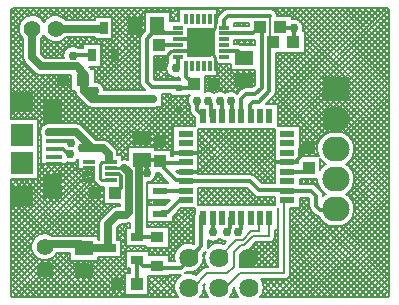
<source format=gbr>
G04 DipTrace 2.4.0.2*
%INTop.gbr*%
%MOIN*%
%ADD13C,0.0118*%
%ADD14C,0.013*%
%ADD15C,0.01*%
%ADD16C,0.009*%
%ADD17C,0.008*%
%ADD18C,0.025*%
%ADD19C,0.03*%
%ADD20C,0.007*%
%ADD21R,0.0591X0.0512*%
%ADD22R,0.0433X0.0394*%
%ADD23R,0.0394X0.0433*%
%ADD24R,0.0512X0.0591*%
%ADD26R,0.0433X0.0354*%
%ADD28C,0.064*%
%ADD29C,0.056*%
%ADD31R,0.05X0.022*%
%ADD32R,0.022X0.05*%
%ADD34R,0.0118X0.0335*%
%ADD35R,0.0335X0.0118*%
%ADD36R,0.0965X0.0965*%
%ADD38R,0.0256X0.0413*%
%ADD39R,0.0413X0.0256*%
%ADD40R,0.0906X0.0827*%
%ADD41O,0.0906X0.0827*%
%ADD43R,0.0531X0.0157*%
%ADD44R,0.063X0.0827*%
%ADD45R,0.0748X0.0709*%
%ADD46R,0.0748X0.0748*%
%ADD48R,0.0236X0.0197*%
%ADD49R,0.0394X0.0118*%
%ADD50R,0.0512X0.0236*%
%ADD51R,0.0512X0.0157*%
%FSLAX44Y44*%
G04*
G70*
G90*
G75*
G01*
%LNTop*%
%LPD*%
X-1878Y3850D2*
D13*
X-2110D1*
D14*
X-2312D1*
X-2552Y4090D1*
X-1594Y2779D2*
D13*
Y2547D1*
D14*
Y2414D1*
X-1341Y2160D1*
X-1820Y2038D2*
X-1463D1*
X-1341Y2160D1*
X-2552Y4090D2*
Y4018D1*
X-2900Y3670D1*
Y2230D1*
X-2720Y2050D1*
X-1832D1*
X-1820Y2038D1*
X-1878Y3259D2*
D13*
X-1645D1*
D14*
X-1397D1*
X-1102Y3555D1*
X-1878Y3653D2*
D13*
X-1645D1*
D14*
X-1201D1*
X-1102Y3555D1*
X-610Y4330D2*
D15*
X-620D1*
Y4037D1*
X-1102Y3555D1*
X-610Y2779D2*
X-620D1*
Y3072D1*
X-1102Y3555D1*
X-1878Y3259D2*
D16*
Y3250D1*
X-2110D1*
X-2220Y3140D1*
Y3030D1*
X-2450Y2800D1*
X-2490D1*
X1770Y-445D2*
D14*
X2025D1*
X2210Y-260D1*
Y-10D1*
X2250Y30D1*
X2480D1*
X2490Y40D1*
X-1500Y-4620D2*
D17*
X-1380D1*
X-910Y-4150D1*
X-220D1*
X10Y-3920D1*
Y-3440D1*
X240Y-3210D1*
X340D1*
X650Y-2900D1*
X1160D1*
Y-2315D1*
X1182Y-2292D1*
X-500Y-3620D2*
X80Y-3040D1*
X290D1*
X580Y-2750D1*
X830D1*
Y-2330D1*
X867Y-2292D1*
X-1878Y3062D2*
D13*
Y2938D1*
D14*
Y2750D1*
X-1937Y2691D1*
X-1220Y1610D2*
Y1285D1*
X-1022Y1088D1*
X-1610Y-1390D2*
X-2440D1*
X-2460Y-1410D1*
X-327Y3259D2*
D13*
X-94D1*
D14*
X131D1*
X350Y3040D1*
X-77Y-2292D2*
X-120D1*
Y-2650D1*
X-240Y-2770D1*
X-1610Y-1705D2*
X-1805D1*
X-2210Y-2110D1*
X-2412D1*
X-2460Y-2158D1*
X1770Y-760D2*
X2359D1*
X2490Y-629D1*
X-1878Y3456D2*
D13*
X-2110D1*
D14*
X-2477D1*
X-2490Y3469D1*
X237Y-2292D2*
Y-2673D1*
X140Y-2770D1*
X-710D2*
Y-2295D1*
X-707Y-2292D1*
X-4720Y3120D2*
X-5360D1*
X-5370Y3110D1*
X-5943Y4010D2*
D18*
X-4361D1*
X-4346Y4026D1*
X-4110Y-833D2*
D13*
X-3847D1*
D14*
X-3770Y-910D1*
Y-1299D1*
X-3951Y-1480D1*
X-77Y1088D2*
Y1577D1*
X-110Y1610D1*
X-6010Y254D2*
X-5484D1*
X-5440Y210D1*
X-392Y1088D2*
Y1522D1*
X-480Y1610D1*
X-500Y-4620D2*
D17*
X-290D1*
X190Y-4140D1*
X1670D1*
Y-1805D1*
X1770Y-1705D1*
X-327Y3850D2*
D13*
X-94D1*
D14*
X651D1*
X871Y4070D1*
X920D1*
Y2030D1*
X710Y1820D1*
X410D1*
X240Y1650D1*
Y1090D1*
X237Y1088D1*
X-327Y4047D2*
D13*
Y4171D1*
D14*
Y4303D1*
X-200Y4430D1*
X1210D1*
D17*
Y3671D1*
D14*
X1311Y3570D1*
X1170D1*
Y1920D1*
X830Y1580D1*
X650D1*
X530Y1460D1*
Y1110D1*
X552Y1088D1*
X-6010Y-2D2*
X-5688D1*
X-5530Y-160D1*
X-5450D1*
X-707Y1088D2*
X-750D1*
Y1510D1*
X-850Y1610D1*
X-6310Y-3260D2*
D18*
Y-3180D1*
X-5122D1*
X-4990Y-3312D1*
X-4130D1*
X-4126Y-3316D1*
X-4200D1*
Y-2510D1*
X-3890Y-2200D1*
X-3610D1*
X-3510Y-2100D1*
Y-780D1*
X-3654Y-636D1*
D15*
X-4110D1*
X-3220Y-2942D2*
D18*
X-3180D1*
Y-468D1*
X-3080Y-368D1*
D14*
X-2489D1*
X-2454Y-403D1*
X-2377D1*
X-2300Y-480D1*
X-1645D1*
X-1610Y-445D1*
Y-1075D2*
Y-1040D1*
X-1940D1*
X-2330Y-650D1*
Y-480D1*
X-2300D1*
X-1610Y-1075D2*
X535D1*
X840Y-1380D1*
X1760D1*
X1770Y-1390D1*
X2570D1*
X2740Y-1560D1*
Y-1900D1*
X2870Y-2030D1*
X3360D1*
X3390Y-2000D1*
X-6730Y4010D2*
D18*
Y3050D1*
X-6430Y2750D1*
X-5240D1*
X-5000Y2510D1*
Y1940D1*
X-4730Y1670D1*
X-2691D1*
X-2686Y1665D1*
X1990Y4020D2*
D14*
X1590D1*
X1540Y4070D1*
X1990Y4020D2*
Y3580D1*
X1980Y3570D1*
X-2910Y-800D2*
Y-620D1*
X-3162Y-368D1*
X-3080D1*
X-4640Y1930D2*
D18*
X-5000Y1940D1*
X-5031Y2290D2*
D14*
Y1971D1*
X-5000Y1940D1*
X-2560Y-2944D2*
X-3217D1*
X-3220Y-2942D1*
X-6010Y510D2*
X-6220D1*
X-6170Y560D1*
D18*
X-5270D1*
X-4730Y20D1*
X-4360D1*
X-4180Y-160D1*
Y-370D1*
X-4110Y-439D2*
D15*
X-4399D1*
X-4450Y-490D1*
Y-990D1*
X-4410Y-1030D1*
X-4110D1*
X-3220Y-3690D2*
D14*
Y-4469D1*
X-3241Y-4490D1*
X-1500Y-3620D2*
X-1470D1*
X-1090Y-3240D1*
Y-2225D1*
X-1022Y-2292D1*
X-5050Y20D2*
D18*
X-4730D1*
X-3220Y-3690D2*
D14*
D3*
X-5050Y20D2*
X-4730D1*
X-1500Y-3620D2*
Y-3690D1*
X-1780Y-3970D1*
X-2479D1*
X-2560Y-3889D1*
X-3021D1*
X-3220Y-3690D1*
D19*
X-1937Y2691D3*
X-1220Y1610D3*
X-5450Y-160D3*
X-5440Y210D3*
X-850Y1610D3*
X-480D3*
X-110D3*
X140Y-2770D3*
X-240D3*
X-710D3*
X-5370Y3110D3*
X-5050Y20D3*
X-2910Y-800D3*
X1990Y4020D3*
X-4640Y1930D3*
X-7252Y4680D2*
D20*
X-7440Y4492D1*
X-7054Y4680D2*
X-7440Y4294D1*
X-6856Y4680D2*
X-7440Y4096D1*
X-6658Y4680D2*
X-6921Y4417D1*
X-7138Y4200D2*
X-7440Y3898D1*
X-6460Y4680D2*
X-6680Y4460D1*
X-7180Y3960D2*
X-7440Y3700D1*
X-6262Y4680D2*
X-6526Y4416D1*
X-7136Y3806D2*
X-7440Y3502D1*
X-6064Y4680D2*
X-6410Y4334D1*
X-7054Y3690D2*
X-7440Y3304D1*
X-5866Y4680D2*
X-6124Y4422D1*
X-7027Y3519D2*
X-7440Y3106D1*
X-5668Y4680D2*
X-5888Y4460D1*
X-7027Y3321D2*
X-7440Y2908D1*
X-5470Y4680D2*
X-5736Y4414D1*
X-7027Y3123D2*
X-7440Y2710D1*
X-5272Y4680D2*
X-5621Y4331D1*
X-6264Y3688D2*
X-6433Y3519D1*
X-7009Y2943D2*
X-7440Y2512D1*
X-5074Y4680D2*
X-5447Y4308D1*
X-6149Y3605D2*
X-6433Y3321D1*
X-6929Y2825D2*
X-7440Y2314D1*
X-4876Y4680D2*
X-5249Y4308D1*
X-5996Y3560D2*
X-6406Y3150D1*
X-6830Y2726D2*
X-7440Y2116D1*
X-4678Y4680D2*
X-5051Y4308D1*
X-5759Y3599D2*
X-6307Y3051D1*
X-6731Y2627D2*
X-7440Y1918D1*
X-4480Y4680D2*
X-4853Y4308D1*
X-5448Y3712D2*
X-6113Y3048D1*
X-6631Y2529D2*
X-7440Y1720D1*
X-4282Y4680D2*
X-4557Y4405D1*
X-5250Y3712D2*
X-5915Y3048D1*
X-6502Y2460D2*
X-7440Y1522D1*
X-4085Y4680D2*
X-4359Y4405D1*
X-5052Y3712D2*
X-5333Y3431D1*
X-5691Y3073D2*
X-5717Y3048D1*
X-6312Y2452D2*
X-7440Y1325D1*
X-3887Y4680D2*
X-4161Y4405D1*
X-4854Y3712D2*
X-5188Y3379D1*
X-6114Y2452D2*
X-7440Y1127D1*
X-3689Y4680D2*
X-4045Y4323D1*
X-4656Y3712D2*
X-4869Y3499D1*
X-5916Y2452D2*
X-7351Y1017D1*
X-3491Y4680D2*
X-4045Y4125D1*
X-4524Y3646D2*
X-4671Y3499D1*
X-5718Y2452D2*
X-7153Y1017D1*
X-3293Y4680D2*
X-4045Y3927D1*
X-4326Y3646D2*
X-4473Y3499D1*
X-5520Y2452D2*
X-6955Y1017D1*
X-3095Y4680D2*
X-4045Y3729D1*
X-4128Y3646D2*
X-4420Y3355D1*
X-5420Y2354D2*
X-6757Y1017D1*
X-2897Y4680D2*
X-4420Y3157D1*
X-5420Y2156D2*
X-6559Y1017D1*
X-2699Y4680D2*
X-2820Y4558D1*
X-2980Y4398D2*
X-4420Y2959D1*
X-4637Y2741D2*
X-4719Y2659D1*
X-5420Y1958D2*
X-6516Y862D1*
X-2501Y4680D2*
X-2622Y4558D1*
X-2980Y4200D2*
X-4420Y2761D1*
X-4440Y2741D2*
X-4642Y2539D1*
X-5293Y1887D2*
X-6419Y761D1*
X-6449Y732D2*
X-6516Y664D1*
X-2303Y4680D2*
X-2424Y4558D1*
X-2980Y4002D2*
X-4642Y2341D1*
X-5232Y1750D2*
X-6125Y857D1*
X-6465Y517D2*
X-6516Y466D1*
X-2105Y4680D2*
X-2226Y4558D1*
X-3138Y3646D2*
X-4545Y2239D1*
X-5134Y1650D2*
X-5927Y857D1*
X-6448Y336D2*
X-6516Y268D1*
X-1907Y4680D2*
X-2123Y4463D1*
X-3138Y3448D2*
X-4419Y2168D1*
X-5035Y1551D2*
X-5729Y857D1*
X-6448Y138D2*
X-6516Y70D1*
X-1826Y4562D2*
X-2110Y4278D1*
X-3138Y3250D2*
X-4339Y2049D1*
X-4936Y1452D2*
X-5531Y857D1*
X-6448Y-60D2*
X-6516Y-128D1*
X-7409Y-1021D2*
X-7439Y-1051D1*
X-1826Y4364D2*
X-1912Y4278D1*
X-3138Y3052D2*
X-4223Y1967D1*
X-4808Y1382D2*
X-5333Y857D1*
X-6448Y-258D2*
X-6516Y-326D1*
X-7211Y-1021D2*
X-7440Y-1249D1*
X-3138Y2854D2*
X-4025Y1967D1*
X-4620Y1373D2*
X-5156Y836D1*
X-6448Y-456D2*
X-6516Y-524D1*
X-7013Y-1021D2*
X-7440Y-1447D1*
X-3138Y2656D2*
X-3827Y1967D1*
X-4422Y1373D2*
X-5041Y754D1*
X-6303Y-509D2*
X-6516Y-722D1*
X-6815Y-1021D2*
X-7440Y-1645D1*
X-2516Y3080D2*
X-2662Y2934D1*
X-3138Y2458D2*
X-3629Y1967D1*
X-4224Y1373D2*
X-4942Y655D1*
X-6105Y-509D2*
X-6516Y-920D1*
X-6617Y-1021D2*
X-7440Y-1843D1*
X-1408Y3991D2*
X-1538Y3860D1*
X-2318Y3080D2*
X-2662Y2736D1*
X-3138Y2260D2*
X-3431Y1967D1*
X-4026Y1373D2*
X-4843Y556D1*
X-5907Y-509D2*
X-7440Y-2041D1*
X-521Y4680D2*
X-575Y4625D1*
X-1210Y3991D2*
X-1538Y3662D1*
X-2218Y2983D2*
X-2662Y2538D1*
X-3101Y2100D2*
X-3233Y1967D1*
X-3828Y1373D2*
X-4744Y457D1*
X-5709Y-509D2*
X-7440Y-2239D1*
X-323Y4680D2*
X-575Y4427D1*
X-1012Y3991D2*
X-1538Y3465D1*
X-2253Y2749D2*
X-2662Y2340D1*
X-3006Y1997D2*
X-3035Y1967D1*
X-3630Y1373D2*
X-4645Y358D1*
X-5484Y-481D2*
X-7440Y-2437D1*
X-814Y3991D2*
X-1538Y3267D1*
X-2237Y2568D2*
X-2517Y2287D1*
X-3432Y1373D2*
X-4487Y318D1*
X-5188Y-384D2*
X-7440Y-2635D1*
X-666Y3940D2*
X-1488Y3119D1*
X-2156Y2451D2*
X-2319Y2287D1*
X-3234Y1373D2*
X-4295Y311D1*
X-5188Y-582D2*
X-7440Y-2833D1*
X-666Y3742D2*
X-1290Y3119D1*
X-2028Y2380D2*
X-2121Y2287D1*
X-3036Y1373D2*
X-4163Y246D1*
X-5079Y-671D2*
X-7440Y-3031D1*
X-666Y3544D2*
X-1092Y3119D1*
X-1830Y2380D2*
X-1901Y2309D1*
X-2838Y1373D2*
X-4063Y147D1*
X-4881Y-671D2*
X-7440Y-3229D1*
X180Y4192D2*
X75Y4087D1*
X-666Y3346D2*
X-894Y3119D1*
X-2200Y1813D2*
X-2393Y1619D1*
X-2641Y1372D2*
X-3965Y48D1*
X-4683Y-671D2*
X-7440Y-3427D1*
X378Y4192D2*
X273Y4087D1*
X-666Y3148D2*
X-696Y3119D1*
X-2047Y1767D2*
X-3893Y-78D1*
X-4672Y-858D2*
X-7440Y-3625D1*
X-1849Y1767D2*
X-3824Y-208D1*
X-4665Y-1049D2*
X-6447Y-2830D1*
X-6740Y-3123D2*
X-7440Y-3823D1*
X194Y3612D2*
X79Y3497D1*
X-1651Y1767D2*
X-3358Y61D1*
X-3548Y-129D2*
X-3741Y-322D1*
X-4588Y-1170D2*
X-6232Y-2813D1*
X-6757Y-3338D2*
X-7440Y-4021D1*
X1459Y4680D2*
X1379Y4600D1*
X392Y3612D2*
X248Y3468D1*
X-390Y2830D2*
X-575Y2645D1*
X-781Y2439D2*
X-952Y2269D1*
X-1532Y1689D2*
X-3160Y61D1*
X-3548Y-327D2*
X-3570Y-349D1*
X-4480Y-1259D2*
X-6085Y-2865D1*
X-6705Y-3484D2*
X-7440Y-4219D1*
X1657Y4680D2*
X1445Y4468D1*
X590Y3612D2*
X446Y3468D1*
X-192Y2830D2*
X-952Y2071D1*
X-1524Y1499D2*
X-2962Y61D1*
X-4340Y-1317D2*
X-5905Y-2883D1*
X-6617Y-3595D2*
X-7440Y-4417D1*
X1855Y4680D2*
X1615Y4440D1*
X683Y3507D2*
X644Y3468D1*
X-118Y2707D2*
X-896Y1929D1*
X-1457Y1367D2*
X-2764Y61D1*
X-4340Y-1515D2*
X-5707Y-2883D1*
X-6498Y-3674D2*
X-7440Y-4615D1*
X2053Y4680D2*
X1813Y4440D1*
X-15Y2612D2*
X-720Y1907D1*
X-1439Y1188D2*
X-1844Y782D1*
X-2033Y594D2*
X-2612Y14D1*
X-4340Y-1713D2*
X-5509Y-2883D1*
X-6338Y-3712D2*
X-7440Y-4813D1*
X2251Y4680D2*
X1929Y4358D1*
X183Y2612D2*
X-497Y1932D1*
X-1351Y1077D2*
X-1646Y782D1*
X-2033Y396D2*
X-2443Y-14D1*
X-4278Y-1849D2*
X-5311Y-2883D1*
X-5906Y-3477D2*
X-5935Y-3506D1*
X-6064Y-3636D2*
X-7348Y-4920D1*
X2449Y4680D2*
X2096Y4326D1*
X381Y2612D2*
X-332Y1898D1*
X-1305Y926D2*
X-1448Y782D1*
X-2033Y198D2*
X-2245Y-14D1*
X-4080Y-1849D2*
X-5113Y-2883D1*
X-5708Y-3477D2*
X-7150Y-4920D1*
X2647Y4680D2*
X2219Y4251D1*
X579Y2612D2*
X-100Y1932D1*
X-2033Y0D2*
X-2085Y-52D1*
X-3882Y-1849D2*
X-3940Y-1908D1*
X-4492Y-2460D2*
X-4916Y-2884D1*
X-5510Y-3477D2*
X-6952Y-4920D1*
X2845Y4680D2*
X2295Y4130D1*
X683Y2517D2*
X55Y1889D1*
X-1170Y665D2*
X-1188Y647D1*
X-1932Y-98D2*
X-1996Y-162D1*
X-2033Y-198D2*
X-2077Y-242D1*
X-4498Y-2663D2*
X-4718Y-2884D1*
X-5458Y-3624D2*
X-6754Y-4920D1*
X3043Y4680D2*
X2303Y3939D1*
X1564Y3201D2*
X1407Y3044D1*
X683Y2319D2*
X421Y2058D1*
X-972Y665D2*
X-1188Y449D1*
X-1734Y-98D2*
X-1798Y-162D1*
X-2477Y-841D2*
X-2756Y-1119D1*
X-4498Y-2861D2*
X-4522Y-2886D1*
X-5377Y-3740D2*
X-6556Y-4920D1*
X3241Y4680D2*
X2369Y3808D1*
X1762Y3201D2*
X1407Y2846D1*
X-774Y665D2*
X-1188Y251D1*
X-1536Y-98D2*
X-1601Y-162D1*
X-2378Y-940D2*
X-2558Y-1119D1*
X-5179Y-3740D2*
X-6358Y-4920D1*
X3439Y4680D2*
X2369Y3610D1*
X1960Y3201D2*
X1407Y2648D1*
X-576Y665D2*
X-1188Y53D1*
X-1338Y-98D2*
X-1403Y-162D1*
X-2279Y-1039D2*
X-2360Y-1119D1*
X-3738Y-2497D2*
X-3902Y-2662D1*
X-4981Y-3740D2*
X-6160Y-4920D1*
X3637Y4680D2*
X2369Y3412D1*
X2158Y3201D2*
X1407Y2450D1*
X-378Y665D2*
X-1205Y-162D1*
X-1770Y-727D2*
X-1835Y-792D1*
X-2743Y-1701D2*
X-2883Y-1840D1*
X-3526Y-2484D2*
X-3902Y-2860D1*
X-4783Y-3740D2*
X-5962Y-4920D1*
X3835Y4680D2*
X1407Y2252D1*
X-180Y665D2*
X-1188Y-343D1*
X-1572Y-727D2*
X-1637Y-792D1*
X-2545Y-1701D2*
X-2712Y-1867D1*
X-3600Y-2755D2*
X-3860Y-3016D1*
X-4461Y-3617D2*
X-4522Y-3678D1*
X-4585Y-3740D2*
X-5764Y-4920D1*
X4033Y4680D2*
X1407Y2054D1*
X18Y665D2*
X-1188Y-541D1*
X-1374Y-727D2*
X-1439Y-792D1*
X-2347Y-1701D2*
X-2514Y-1867D1*
X-3600Y-2953D2*
X-3746Y-3099D1*
X-4263Y-3617D2*
X-5566Y-4920D1*
X4231Y4680D2*
X1392Y1840D1*
X216Y665D2*
X-1241Y-792D1*
X-2149Y-1701D2*
X-2316Y-1867D1*
X-3600Y-3151D2*
X-3746Y-3297D1*
X-4065Y-3617D2*
X-5369Y-4920D1*
X4429Y4680D2*
X1260Y1510D1*
X414Y665D2*
X-1088Y-837D1*
X-2699Y-2449D2*
X-2846Y-2595D1*
X-3493Y-3242D2*
X-3746Y-3495D1*
X-3867Y-3617D2*
X-5171Y-4920D1*
X4627Y4680D2*
X1458Y1510D1*
X612Y665D2*
X-890Y-837D1*
X-2501Y-2449D2*
X-2648Y-2595D1*
X-3295Y-3242D2*
X-3442Y-3389D1*
X-3600Y-3547D2*
X-4973Y-4920D1*
X4825Y4680D2*
X1465Y1320D1*
X810Y665D2*
X-692Y-837D1*
X-1167Y-1313D2*
X-1187Y-1332D1*
X-2303Y-2449D2*
X-2450Y-2595D1*
X-3097Y-3242D2*
X-3244Y-3389D1*
X-3600Y-3745D2*
X-4775Y-4920D1*
X5023Y4680D2*
X1465Y1122D1*
X1008Y665D2*
X-494Y-837D1*
X-969Y-1313D2*
X-1188Y-1531D1*
X-1644Y-1987D2*
X-2031Y-2375D1*
X-2105Y-2449D2*
X-2252Y-2595D1*
X-2949Y-3293D2*
X-3046Y-3389D1*
X-3600Y-3943D2*
X-4577Y-4920D1*
X5160Y4618D2*
X1465Y924D1*
X1206Y665D2*
X-296Y-837D1*
X-771Y-1312D2*
X-1188Y-1729D1*
X-1446Y-1987D2*
X-2171Y-2712D1*
X-2753Y-3294D2*
X-2848Y-3390D1*
X-3458Y-3999D2*
X-3579Y-4120D1*
X-3630Y-4171D2*
X-4379Y-4920D1*
X5160Y4420D2*
X1522Y783D1*
X1348Y608D2*
X-98Y-837D1*
X-573Y-1312D2*
X-1131Y-1870D1*
X-1305Y-2045D2*
X-2171Y-2910D1*
X-2555Y-3294D2*
X-2800Y-3540D1*
X-3630Y-4369D2*
X-4181Y-4920D1*
X5160Y4222D2*
X1720Y783D1*
X1348Y410D2*
X100Y-837D1*
X-375Y-1312D2*
X-933Y-1870D1*
X-1328Y-2265D2*
X-2171Y-3108D1*
X-2357Y-3294D2*
X-2602Y-3540D1*
X-3630Y-4567D2*
X-3983Y-4920D1*
X5160Y4024D2*
X1918Y783D1*
X1348Y212D2*
X298Y-837D1*
X-177Y-1312D2*
X-735Y-1870D1*
X-1328Y-2463D2*
X-2404Y-3540D1*
X-3630Y-4765D2*
X-3785Y-4920D1*
X5160Y3826D2*
X2116Y783D1*
X1348Y14D2*
X496Y-837D1*
X21Y-1312D2*
X-537Y-1870D1*
X-1328Y-2661D2*
X-2206Y-3540D1*
X-3526Y-4860D2*
X-3587Y-4920D1*
X5160Y3628D2*
X2193Y661D1*
X1348Y-184D2*
X661Y-871D1*
X219Y-1312D2*
X-339Y-1870D1*
X-1328Y-2859D2*
X-1610Y-3141D1*
X-1979Y-3510D2*
X-2171Y-3702D1*
X-2708Y-4239D2*
X-2851Y-4383D1*
X-3328Y-4860D2*
X-3389Y-4920D1*
X5160Y3430D2*
X2193Y463D1*
X1348Y-382D2*
X764Y-965D1*
X417Y-1312D2*
X-141Y-1870D1*
X-1328Y-3057D2*
X-1407Y-3136D1*
X-1984Y-3713D2*
X-2004Y-3733D1*
X-2510Y-4239D2*
X-2851Y-4581D1*
X-3130Y-4860D2*
X-3191Y-4920D1*
X5160Y3232D2*
X2193Y265D1*
X1515Y-413D2*
X1450Y-477D1*
X1348Y-580D2*
X863Y-1064D1*
X524Y-1403D2*
X57Y-1870D1*
X-2312Y-4239D2*
X-2851Y-4779D1*
X-2932Y-4860D2*
X-2993Y-4920D1*
X5160Y3034D2*
X2193Y67D1*
X1713Y-413D2*
X1648Y-477D1*
X1348Y-778D2*
X982Y-1143D1*
X623Y-1502D2*
X255Y-1870D1*
X-2082Y-4208D2*
X-2795Y-4920D1*
X5160Y2836D2*
X2193Y-130D1*
X1911Y-413D2*
X1846Y-477D1*
X1348Y-976D2*
X1180Y-1143D1*
X730Y-1593D2*
X453Y-1870D1*
X-765Y-3089D2*
X-853Y-3176D1*
X-1884Y-4208D2*
X-2597Y-4920D1*
X5160Y2638D2*
X2281Y-240D1*
X2109Y-413D2*
X2044Y-477D1*
X904Y-1618D2*
X651Y-1870D1*
X-474Y-2995D2*
X-623Y-3144D1*
X-976Y-3497D2*
X-1014Y-3535D1*
X-1584Y-4106D2*
X-1623Y-4144D1*
X-1976Y-4497D2*
X-2399Y-4920D1*
X5160Y2440D2*
X3303Y583D1*
X2767Y48D2*
X2479Y-240D1*
X1102Y-1618D2*
X849Y-1870D1*
X-354Y-3073D2*
X-415Y-3134D1*
X-986Y-3705D2*
X-1025Y-3744D1*
X-1376Y-4095D2*
X-1415Y-4134D1*
X-1986Y-4705D2*
X-2201Y-4920D1*
X5160Y2242D2*
X3500Y583D1*
X2780Y-137D2*
X2677Y-240D1*
X1300Y-1618D2*
X1047Y-1870D1*
X-936Y-3853D2*
X-1267Y-4184D1*
X-1936Y-4853D2*
X-2003Y-4920D1*
X5160Y2044D2*
X3657Y542D1*
X1348Y-1768D2*
X1245Y-1870D1*
X5160Y1846D2*
X3783Y470D1*
X2917Y-396D2*
X2859Y-454D1*
X2295Y-1018D2*
X2193Y-1120D1*
X5160Y1648D2*
X3884Y373D1*
X3023Y-488D2*
X2859Y-652D1*
X2493Y-1018D2*
X2359Y-1152D1*
X5160Y1450D2*
X3961Y252D1*
X2691Y-1018D2*
X2557Y-1152D1*
X-987Y-4696D2*
X-1021Y-4731D1*
X5160Y1252D2*
X4007Y100D1*
X2778Y-1129D2*
X2711Y-1196D1*
X2280Y-1628D2*
X2193Y-1714D1*
X1920Y-1987D2*
X1883Y-2025D1*
X795Y-3113D2*
X223Y-3684D1*
X-939Y-4847D2*
X-1013Y-4920D1*
X5160Y1055D2*
X4006Y-100D1*
X2831Y-1274D2*
X2812Y-1293D1*
X2473Y-1632D2*
X2193Y-1912D1*
X2118Y-1987D2*
X1883Y-2223D1*
X1390Y-2715D2*
X1372Y-2733D1*
X993Y-3113D2*
X223Y-3882D1*
X5160Y857D2*
X3777Y-526D1*
X2502Y-1801D2*
X1883Y-2421D1*
X1457Y-2846D2*
X1369Y-2934D1*
X1194Y-3109D2*
X376Y-3927D1*
X5160Y659D2*
X3880Y-622D1*
X3017Y-1484D2*
X2975Y-1526D1*
X2516Y-1985D2*
X1883Y-2619D1*
X1457Y-3044D2*
X574Y-3927D1*
X5160Y461D2*
X3957Y-742D1*
X2601Y-2099D2*
X1883Y-2817D1*
X1457Y-3242D2*
X772Y-3927D1*
X11Y-4688D2*
X-19Y-4718D1*
X5160Y263D2*
X4006Y-892D1*
X2699Y-2198D2*
X1883Y-3014D1*
X1457Y-3440D2*
X970Y-3927D1*
X58Y-4840D2*
X-23Y-4920D1*
X5160Y65D2*
X4008Y-1087D1*
X2827Y-2268D2*
X1883Y-3212D1*
X1457Y-3638D2*
X1168Y-3927D1*
X5160Y-133D2*
X3771Y-1522D1*
X2907Y-2386D2*
X1883Y-3410D1*
X1457Y-3836D2*
X1366Y-3927D1*
X941Y-4352D2*
X925Y-4368D1*
X5160Y-331D2*
X3875Y-1616D1*
X3011Y-2480D2*
X1883Y-3608D1*
X1139Y-4352D2*
X981Y-4510D1*
X5160Y-529D2*
X3954Y-1735D1*
X3140Y-2549D2*
X1883Y-3806D1*
X1337Y-4352D2*
X984Y-4705D1*
X5160Y-727D2*
X4004Y-1883D1*
X3303Y-2584D2*
X1883Y-4004D1*
X1535Y-4352D2*
X967Y-4920D1*
X5160Y-925D2*
X4009Y-2076D1*
X3505Y-2580D2*
X1864Y-4221D1*
X1751Y-4334D2*
X1165Y-4920D1*
X5160Y-1123D2*
X1363Y-4920D1*
X5160Y-1321D2*
X1561Y-4920D1*
X5160Y-1519D2*
X1759Y-4920D1*
X5160Y-1717D2*
X1957Y-4920D1*
X5160Y-1915D2*
X2155Y-4920D1*
X5160Y-2113D2*
X2353Y-4920D1*
X5160Y-2311D2*
X2551Y-4920D1*
X5160Y-2509D2*
X2749Y-4920D1*
X5160Y-2707D2*
X2947Y-4920D1*
X5160Y-2905D2*
X3145Y-4920D1*
X5160Y-3103D2*
X3343Y-4920D1*
X5160Y-3301D2*
X3541Y-4920D1*
X5160Y-3499D2*
X3739Y-4920D1*
X5160Y-3697D2*
X3937Y-4920D1*
X5160Y-3895D2*
X4135Y-4920D1*
X5160Y-4093D2*
X4333Y-4920D1*
X5160Y-4291D2*
X4531Y-4920D1*
X5160Y-4489D2*
X4729Y-4920D1*
X5160Y-4687D2*
X4927Y-4920D1*
X5157Y-4888D2*
X5128Y-4916D1*
X4972Y4680D2*
X5160Y4492D1*
X4774Y4680D2*
X5160Y4294D1*
X4576Y4680D2*
X5160Y4096D1*
X4378Y4680D2*
X5160Y3898D1*
X4180Y4680D2*
X5160Y3700D1*
X3982Y4680D2*
X5160Y3502D1*
X3784Y4680D2*
X5160Y3304D1*
X3586Y4680D2*
X5160Y3106D1*
X3388Y4680D2*
X5160Y2908D1*
X3190Y4680D2*
X5160Y2710D1*
X2992Y4680D2*
X5160Y2512D1*
X2794Y4680D2*
X5160Y2314D1*
X2596Y4680D2*
X5160Y2116D1*
X2398Y4680D2*
X5160Y1918D1*
X2201Y4680D2*
X5160Y1720D1*
X2003Y4680D2*
X5160Y1522D1*
X1805Y4680D2*
X5160Y1325D1*
X1607Y4680D2*
X1846Y4440D1*
X1929Y4357D2*
X1946Y4341D1*
X2310Y3976D2*
X5160Y1127D1*
X1409Y4680D2*
X1648Y4440D1*
X2369Y3719D2*
X5160Y929D1*
X2369Y3521D2*
X5160Y731D1*
X2369Y3323D2*
X5160Y533D1*
X2293Y3201D2*
X5160Y335D1*
X2095Y3201D2*
X5160Y137D1*
X1897Y3201D2*
X5160Y-61D1*
X1699Y3201D2*
X5160Y-259D1*
X1501Y3201D2*
X5160Y-457D1*
X312Y4192D2*
X417Y4087D1*
X1408Y3097D2*
X5160Y-655D1*
X-373Y4680D2*
X-327Y4633D1*
X114Y4192D2*
X219Y4087D1*
X1408Y2899D2*
X5160Y-853D1*
X-571Y4680D2*
X-430Y4539D1*
X496Y3612D2*
X640Y3468D1*
X1408Y2701D2*
X3532Y576D1*
X4005Y103D2*
X5160Y-1051D1*
X-575Y4486D2*
X-526Y4436D1*
X298Y3612D2*
X442Y3468D1*
X1408Y2503D2*
X3324Y586D1*
X4008Y-98D2*
X5160Y-1249D1*
X100Y3612D2*
X244Y3468D1*
X1408Y2305D2*
X3157Y555D1*
X3962Y-249D2*
X5160Y-1447D1*
X1408Y2107D2*
X3025Y489D1*
X3886Y-371D2*
X5160Y-1645D1*
X1408Y1909D2*
X2918Y398D1*
X3784Y-468D2*
X5160Y-1843D1*
X-872Y3991D2*
X-666Y3785D1*
X507Y2612D2*
X682Y2436D1*
X1353Y1765D2*
X2836Y283D1*
X4003Y-884D2*
X5160Y-2041D1*
X-1070Y3991D2*
X-666Y3587D1*
X309Y2612D2*
X682Y2238D1*
X1255Y1666D2*
X1410Y1510D1*
X1465Y1455D2*
X2138Y782D1*
X2193Y728D2*
X2781Y140D1*
X4009Y-1089D2*
X5160Y-2239D1*
X-1957Y4680D2*
X-1826Y4548D1*
X-1268Y3991D2*
X-666Y3389D1*
X111Y2612D2*
X637Y2086D1*
X1156Y1567D2*
X1212Y1510D1*
X1465Y1257D2*
X1940Y782D1*
X2193Y530D2*
X2767Y-44D1*
X3965Y-1242D2*
X5160Y-2437D1*
X-2155Y4680D2*
X-1826Y4350D1*
X-1466Y3991D2*
X-666Y3191D1*
X-306Y2830D2*
X-118Y2642D1*
X-87Y2611D2*
X467Y2058D1*
X1465Y1059D2*
X1742Y782D1*
X2193Y332D2*
X2764Y-240D1*
X2859Y-335D2*
X3031Y-507D1*
X3890Y-1365D2*
X5160Y-2635D1*
X-2353Y4680D2*
X-2232Y4558D1*
X-2124Y4450D2*
X-1952Y4278D1*
X-1538Y3865D2*
X-792Y3119D1*
X-504Y2830D2*
X296Y2031D1*
X1465Y861D2*
X1544Y782D1*
X2193Y134D2*
X2566Y-240D1*
X2859Y-533D2*
X2923Y-597D1*
X3791Y-1464D2*
X5160Y-2833D1*
X-2551Y4680D2*
X-2430Y4558D1*
X-1538Y3667D2*
X-990Y3119D1*
X-575Y2704D2*
X190Y1939D1*
X2193Y-64D2*
X2368Y-240D1*
X3999Y-1871D2*
X5160Y-3031D1*
X-2749Y4680D2*
X-2628Y4558D1*
X-1538Y3469D2*
X-1188Y3119D1*
X-575Y2506D2*
X36Y1895D1*
X1265Y665D2*
X1348Y583D1*
X4010Y-2080D2*
X5160Y-3229D1*
X-2947Y4680D2*
X-2826Y4558D1*
X-1538Y3271D2*
X-1386Y3119D1*
X-707Y2439D2*
X-191Y1923D1*
X1067Y665D2*
X1348Y385D1*
X2751Y-1019D2*
X2766Y-1034D1*
X3968Y-2235D2*
X5160Y-3427D1*
X-3145Y4680D2*
X-2980Y4515D1*
X-905Y2439D2*
X-380Y1915D1*
X869Y665D2*
X1348Y187D1*
X1947Y-412D2*
X2012Y-478D1*
X2553Y-1019D2*
X2891Y-1356D1*
X2995Y-1460D2*
X3037Y-1503D1*
X3894Y-2360D2*
X5160Y-3625D1*
X-3343Y4680D2*
X-2980Y4317D1*
X-952Y2288D2*
X-581Y1918D1*
X671Y665D2*
X1348Y-11D1*
X1749Y-412D2*
X1814Y-478D1*
X2355Y-1019D2*
X2488Y-1152D1*
X3796Y-2460D2*
X5160Y-3823D1*
X-3541Y4680D2*
X-2980Y4119D1*
X-952Y2090D2*
X-787Y1925D1*
X474Y665D2*
X1348Y-209D1*
X1551Y-412D2*
X1616Y-478D1*
X2193Y-1054D2*
X2290Y-1152D1*
X3673Y-2535D2*
X5160Y-4021D1*
X-3739Y4680D2*
X-2984Y3925D1*
X276Y665D2*
X1418Y-478D1*
X3520Y-2579D2*
X5160Y-4219D1*
X-3937Y4680D2*
X-3082Y3825D1*
X-2338Y3080D2*
X-2218Y2960D1*
X78Y665D2*
X1348Y-605D1*
X2370Y-1627D2*
X2502Y-1760D1*
X3328Y-2586D2*
X5160Y-4417D1*
X-4135Y4680D2*
X-3137Y3682D1*
X-2536Y3080D2*
X-2246Y2790D1*
X-120Y665D2*
X1348Y-803D1*
X2193Y-1648D2*
X2515Y-1971D1*
X2799Y-2255D2*
X2863Y-2319D1*
X3032Y-2487D2*
X5160Y-4615D1*
X-4333Y4680D2*
X-3137Y3484D1*
X-2663Y3009D2*
X-2240Y2587D1*
X-2042Y2388D2*
X-1963Y2309D1*
X-318Y665D2*
X1348Y-1001D1*
X2193Y-1846D2*
X5160Y-4813D1*
X-4531Y4680D2*
X-4256Y4405D1*
X-4045Y4194D2*
X-3137Y3286D1*
X-2663Y2811D2*
X-2139Y2287D1*
X-1619Y1767D2*
X-1535Y1683D1*
X-516Y665D2*
X1291Y-1143D1*
X2136Y-1987D2*
X5068Y-4920D1*
X-4729Y4680D2*
X-4454Y4405D1*
X-4045Y3996D2*
X-3137Y3088D1*
X-2663Y2613D2*
X-2337Y2287D1*
X-1817Y1767D2*
X-1491Y1441D1*
X-714Y665D2*
X1093Y-1143D1*
X1938Y-1987D2*
X4870Y-4920D1*
X-4927Y4680D2*
X-4646Y4399D1*
X-4045Y3798D2*
X-3137Y2890D1*
X-2663Y2415D2*
X-2535Y2287D1*
X-2015Y1767D2*
X-1432Y1185D1*
X-912Y665D2*
X601Y-849D1*
X1883Y-2130D2*
X4672Y-4920D1*
X-5125Y4680D2*
X-4753Y4308D1*
X-4092Y3646D2*
X-3137Y2692D1*
X-2258Y1813D2*
X-1305Y860D1*
X-1110Y665D2*
X392Y-837D1*
X1172Y-1617D2*
X1348Y-1793D1*
X1883Y-2328D2*
X4474Y-4920D1*
X-5323Y4680D2*
X-4951Y4308D1*
X-4290Y3646D2*
X-3137Y2494D1*
X-2396Y1752D2*
X-1426Y782D1*
X-1188Y544D2*
X194Y-837D1*
X974Y-1617D2*
X1226Y-1870D1*
X1883Y-2526D2*
X4276Y-4920D1*
X-5521Y4680D2*
X-5149Y4308D1*
X-4488Y3646D2*
X-3137Y2296D1*
X-2396Y1554D2*
X-1624Y782D1*
X-1188Y346D2*
X-4Y-837D1*
X760Y-1601D2*
X1028Y-1870D1*
X1883Y-2724D2*
X4078Y-4920D1*
X-5719Y4680D2*
X-5347Y4308D1*
X-4752Y3712D2*
X-4539Y3499D1*
X-4420Y3380D2*
X-3007Y1967D1*
X-2434Y1394D2*
X-1822Y782D1*
X-1188Y148D2*
X-202Y-837D1*
X273Y-1313D2*
X830Y-1870D1*
X1883Y-2922D2*
X3880Y-4920D1*
X-5917Y4680D2*
X-5545Y4308D1*
X-4950Y3712D2*
X-4737Y3499D1*
X-4420Y3182D2*
X-3205Y1967D1*
X-2613Y1376D2*
X-2020Y782D1*
X-1188Y-50D2*
X-400Y-837D1*
X75Y-1313D2*
X632Y-1870D1*
X1883Y-3120D2*
X3682Y-4920D1*
X-6115Y4680D2*
X-5895Y4459D1*
X-5148Y3712D2*
X-4935Y3499D1*
X-4420Y2984D2*
X-3403Y1967D1*
X-2808Y1373D2*
X-2033Y598D1*
X-1338Y-98D2*
X-1273Y-162D1*
X-1188Y-248D2*
X-598Y-837D1*
X-123Y-1313D2*
X434Y-1870D1*
X1372Y-2808D2*
X1457Y-2893D1*
X1883Y-3318D2*
X3484Y-4920D1*
X-6313Y4680D2*
X-6077Y4444D1*
X-5346Y3712D2*
X-5021Y3387D1*
X-4420Y2786D2*
X-3601Y1967D1*
X-3006Y1373D2*
X-2033Y400D1*
X-1536Y-98D2*
X-1471Y-162D1*
X-1188Y-446D2*
X-796Y-837D1*
X-321Y-1313D2*
X236Y-1870D1*
X1355Y-2989D2*
X1457Y-3091D1*
X1883Y-3516D2*
X3287Y-4920D1*
X-6511Y4680D2*
X-6209Y4378D1*
X-5544Y3712D2*
X-5228Y3396D1*
X-4572Y2741D2*
X-3799Y1967D1*
X-3204Y1373D2*
X-2033Y202D1*
X-1734Y-98D2*
X-1669Y-162D1*
X-1188Y-644D2*
X-994Y-837D1*
X-519Y-1313D2*
X38Y-1870D1*
X1259Y-3090D2*
X1457Y-3289D1*
X1883Y-3714D2*
X3089Y-4920D1*
X-6709Y4680D2*
X-6309Y4280D1*
X-5673Y3644D2*
X-5452Y3423D1*
X-4770Y2741D2*
X-4689Y2659D1*
X-4642Y2612D2*
X-3997Y1967D1*
X-3402Y1373D2*
X-2033Y4D1*
X-1932Y-98D2*
X-1867Y-162D1*
X-1302Y-727D2*
X-1237Y-792D1*
X-717Y-1313D2*
X-160Y-1870D1*
X1083Y-3112D2*
X1457Y-3487D1*
X1883Y-3912D2*
X2891Y-4920D1*
X-6907Y4680D2*
X-6687Y4460D1*
X-5805Y3578D2*
X-5583Y3355D1*
X-4642Y2414D2*
X-4195Y1967D1*
X-3600Y1373D2*
X-2213Y-14D1*
X-2085Y-142D2*
X-2033Y-194D1*
X-1500Y-727D2*
X-1435Y-792D1*
X-915Y-1313D2*
X-358Y-1870D1*
X885Y-3112D2*
X1457Y-3685D1*
X1883Y-4110D2*
X2693Y-4920D1*
X-7105Y4680D2*
X-6867Y4442D1*
X-5985Y3560D2*
X-5666Y3241D1*
X-3798Y1373D2*
X-2411Y-14D1*
X-1698Y-727D2*
X-1633Y-792D1*
X-1113Y-1313D2*
X-556Y-1870D1*
X714Y-3139D2*
X1457Y-3883D1*
X1842Y-4268D2*
X2495Y-4920D1*
X-7303Y4680D2*
X-7000Y4376D1*
X-6364Y3741D2*
X-5689Y3065D1*
X-3996Y1373D2*
X-2684Y61D1*
X-1896Y-727D2*
X-1831Y-792D1*
X-1188Y-1436D2*
X-754Y-1870D1*
X615Y-3238D2*
X1304Y-3928D1*
X1723Y-4347D2*
X2297Y-4920D1*
X-7440Y4618D2*
X-7098Y4276D1*
X-6433Y3611D2*
X-5869Y3047D1*
X-4194Y1372D2*
X-2882Y61D1*
X-1188Y-1634D2*
X-951Y-1870D1*
X516Y-3338D2*
X1106Y-3927D1*
X1531Y-4352D2*
X2099Y-4920D1*
X-7440Y4420D2*
X-7163Y4144D1*
X-6433Y3413D2*
X-6067Y3047D1*
X-5472Y2453D2*
X-5420Y2401D1*
X-4392Y1372D2*
X-3080Y61D1*
X-1188Y-1832D2*
X-1149Y-1870D1*
X396Y-3416D2*
X908Y-3927D1*
X1333Y-4352D2*
X1901Y-4920D1*
X-7440Y4222D2*
X-7180Y3962D1*
X-6433Y3215D2*
X-6265Y3047D1*
X-5670Y2453D2*
X-5420Y2203D1*
X-4590Y1372D2*
X-3278Y61D1*
X268Y-3485D2*
X710Y-3927D1*
X1135Y-4352D2*
X1703Y-4920D1*
X-7440Y4024D2*
X-7027Y3612D1*
X-5868Y2453D2*
X-5420Y2005D1*
X-5336Y1921D2*
X-5289Y1873D1*
X-4797Y1382D2*
X-3476Y61D1*
X-2588Y-827D2*
X-2296Y-1120D1*
X-1428Y-1987D2*
X-1305Y-2110D1*
X-341Y-3075D2*
X-299Y-3116D1*
X222Y-3638D2*
X512Y-3927D1*
X937Y-4352D2*
X1505Y-4920D1*
X-7440Y3826D2*
X-7027Y3414D1*
X-6066Y2453D2*
X-3548Y-66D1*
X-2638Y-976D2*
X-2494Y-1120D1*
X-1626Y-1987D2*
X-1327Y-2286D1*
X-557Y-3056D2*
X-485Y-3128D1*
X222Y-3836D2*
X314Y-3927D1*
X992Y-4605D2*
X1307Y-4920D1*
X-7440Y3628D2*
X-7027Y3216D1*
X-6264Y2453D2*
X-3548Y-264D1*
X-2737Y-1075D2*
X-2692Y-1120D1*
X-1786Y-2025D2*
X-1327Y-2484D1*
X-719Y-3092D2*
X-659Y-3152D1*
X968Y-4779D2*
X1109Y-4920D1*
X-7440Y3430D2*
X-7025Y3016D1*
X-6464Y2455D2*
X-4324Y315D1*
X-3885Y-124D2*
X-3801Y-208D1*
X-3741Y-269D2*
X-3670Y-339D1*
X-2309Y-1700D2*
X-2224Y-1786D1*
X-1885Y-2124D2*
X-1327Y-2682D1*
X-853Y-3157D2*
X-790Y-3219D1*
X-7440Y3232D2*
X-4525Y317D1*
X-2507Y-1700D2*
X-2340Y-1868D1*
X-1984Y-2223D2*
X-1327Y-2880D1*
X-7440Y3034D2*
X-5262Y857D1*
X-2705Y-1700D2*
X-2538Y-1868D1*
X-2031Y-2374D2*
X-1327Y-3078D1*
X-7440Y2836D2*
X-5461Y858D1*
X-2883Y-1720D2*
X-2736Y-1868D1*
X-2154Y-2449D2*
X-1475Y-3128D1*
X-1008Y-3595D2*
X-993Y-3611D1*
X-7440Y2638D2*
X-5659Y858D1*
X-2352Y-2449D2*
X-2207Y-2595D1*
X-2171Y-2630D2*
X-1651Y-3150D1*
X-1030Y-3771D2*
X-899Y-3902D1*
X-30Y-4772D2*
X101Y-4902D1*
X-7440Y2440D2*
X-5857Y858D1*
X-2550Y-2449D2*
X-2405Y-2595D1*
X-2171Y-2828D2*
X-1784Y-3216D1*
X-1095Y-3904D2*
X-1028Y-3971D1*
X-95Y-4904D2*
X-79Y-4920D1*
X-7440Y2242D2*
X-6055Y858D1*
X-2748Y-2449D2*
X-2603Y-2595D1*
X-2171Y-3026D2*
X-1887Y-3311D1*
X-1191Y-4006D2*
X-1130Y-4067D1*
X-7440Y2044D2*
X-6245Y849D1*
X-4724Y-671D2*
X-4672Y-723D1*
X-2883Y-2512D2*
X-2801Y-2595D1*
X-2171Y-3224D2*
X-1958Y-3437D1*
X-1317Y-4079D2*
X-1229Y-4166D1*
X-7440Y1846D2*
X-6610Y1017D1*
X-6516Y923D2*
X-6373Y780D1*
X-5212Y-381D2*
X-5188Y-406D1*
X-4922Y-671D2*
X-4672Y-921D1*
X-2299Y-3294D2*
X-1992Y-3601D1*
X-1481Y-4113D2*
X-1464Y-4129D1*
X-1009Y-4584D2*
X-993Y-4600D1*
X-7440Y1648D2*
X-6808Y1017D1*
X-6516Y725D2*
X-6452Y661D1*
X-5330Y-461D2*
X-5188Y-603D1*
X-5120Y-671D2*
X-4340Y-1451D1*
X-3942Y-1850D2*
X-3889Y-1902D1*
X-2497Y-3294D2*
X-2252Y-3540D1*
X-2171Y-3620D2*
X-2059Y-3732D1*
X-1027Y-4764D2*
X-920Y-4871D1*
X-7440Y1450D2*
X-7006Y1017D1*
X-6516Y527D2*
X-6451Y462D1*
X-5514Y-475D2*
X-4340Y-1649D1*
X-4140Y-1850D2*
X-4045Y-1944D1*
X-3508Y-2481D2*
X-3477Y-2512D1*
X-2695Y-3294D2*
X-2450Y-3540D1*
X-1091Y-4898D2*
X-1069Y-4920D1*
X-7440Y1252D2*
X-7204Y1017D1*
X-6516Y329D2*
X-6448Y261D1*
X-5678Y-509D2*
X-4150Y-2037D1*
X-3689Y-2498D2*
X-3545Y-2642D1*
X-2893Y-3294D2*
X-2648Y-3540D1*
X-1979Y-4208D2*
X-1882Y-4305D1*
X-7440Y1055D2*
X-7403Y1018D1*
X-6516Y131D2*
X-6448Y63D1*
X-5876Y-509D2*
X-4249Y-2136D1*
X-3826Y-2560D2*
X-3600Y-2786D1*
X-3143Y-3242D2*
X-2996Y-3390D1*
X-2171Y-4214D2*
X-1956Y-4429D1*
X-6516Y-67D2*
X-6448Y-135D1*
X-6074Y-509D2*
X-4348Y-2235D1*
X-3902Y-2681D2*
X-3600Y-2984D1*
X-3341Y-3242D2*
X-3194Y-3390D1*
X-2344Y-4239D2*
X-1992Y-4591D1*
X-6516Y-265D2*
X-6448Y-333D1*
X-6272Y-509D2*
X-4444Y-2337D1*
X-3902Y-2879D2*
X-3766Y-3015D1*
X-3747Y-3034D2*
X-3600Y-3182D1*
X-3539Y-3242D2*
X-3392Y-3390D1*
X-2542Y-4239D2*
X-1934Y-4847D1*
X-6516Y-463D2*
X-4497Y-2482D1*
X-3746Y-3233D2*
X-3590Y-3390D1*
X-2740Y-4239D2*
X-2059Y-4920D1*
X-6516Y-661D2*
X-4498Y-2680D1*
X-3746Y-3431D2*
X-3600Y-3578D1*
X-2852Y-4325D2*
X-2257Y-4920D1*
X-6516Y-859D2*
X-4498Y-2878D1*
X-3758Y-3617D2*
X-3600Y-3776D1*
X-2852Y-4523D2*
X-2455Y-4920D1*
X-6553Y-1021D2*
X-4689Y-2884D1*
X-3956Y-3617D2*
X-3457Y-4116D1*
X-2852Y-4721D2*
X-2653Y-4920D1*
X-6751Y-1021D2*
X-4887Y-2884D1*
X-4154Y-3617D2*
X-3630Y-4141D1*
X-2911Y-4860D2*
X-2851Y-4920D1*
X-6949Y-1021D2*
X-5085Y-2884D1*
X-4352Y-3617D2*
X-3630Y-4339D1*
X-3109Y-4860D2*
X-3049Y-4920D1*
X-7147Y-1021D2*
X-5285Y-2882D1*
X-4522Y-3645D2*
X-3630Y-4537D1*
X-3307Y-4860D2*
X-3247Y-4920D1*
X-7345Y-1021D2*
X-5483Y-2882D1*
X-4624Y-3741D2*
X-3630Y-4735D1*
X-3505Y-4860D2*
X-3445Y-4920D1*
X-7440Y-1123D2*
X-5681Y-2882D1*
X-4822Y-3741D2*
X-3643Y-4920D1*
X-7440Y-1321D2*
X-5879Y-2882D1*
X-5020Y-3741D2*
X-3841Y-4920D1*
X-7440Y-1519D2*
X-6092Y-2867D1*
X-5481Y-3478D2*
X-5458Y-3502D1*
X-5218Y-3741D2*
X-4039Y-4920D1*
X-7440Y-1717D2*
X-6348Y-2809D1*
X-5679Y-3478D2*
X-5458Y-3699D1*
X-5417Y-3740D2*
X-4237Y-4920D1*
X-7440Y-1915D2*
X-6505Y-2850D1*
X-5877Y-3478D2*
X-4435Y-4920D1*
X-7440Y-2113D2*
X-6623Y-2930D1*
X-5980Y-3573D2*
X-4633Y-4920D1*
X-7440Y-2311D2*
X-6709Y-3042D1*
X-6092Y-3659D2*
X-4831Y-4920D1*
X-7440Y-2509D2*
X-6758Y-3191D1*
X-6241Y-3708D2*
X-5029Y-4920D1*
X-7440Y-2707D2*
X-6733Y-3414D1*
X-6464Y-3683D2*
X-5227Y-4920D1*
X-7440Y-2905D2*
X-5425Y-4920D1*
X-7440Y-3103D2*
X-5623Y-4920D1*
X-7440Y-3301D2*
X-5821Y-4920D1*
X-7440Y-3499D2*
X-6019Y-4920D1*
X-7440Y-3697D2*
X-6217Y-4920D1*
X-7440Y-3895D2*
X-6415Y-4920D1*
X-7440Y-4093D2*
X-6613Y-4920D1*
X-7440Y-4291D2*
X-6811Y-4920D1*
X-7440Y-4489D2*
X-7009Y-4920D1*
X-7440Y-4687D2*
X-7207Y-4920D1*
X-7437Y-4888D2*
X-7408Y-4916D1*
X-4747Y2655D2*
X-4646D1*
Y2247D1*
X-4597Y2245D1*
X-4563Y2238D1*
X-4530Y2228D1*
X-4497Y2214D1*
X-4467Y2197D1*
X-4439Y2176D1*
X-4413Y2152D1*
X-4390Y2126D1*
X-4370Y2097D1*
X-4353Y2067D1*
X-4340Y2034D1*
X-4330Y2001D1*
X-4324Y1963D1*
X-2961D1*
X-3065Y2065D1*
X-3087Y2092D1*
X-3106Y2122D1*
X-3120Y2154D1*
X-3129Y2187D1*
X-3133Y2230D1*
Y3670D1*
X-3130Y3705D1*
X-3122Y3739D1*
X-3109Y3771D1*
X-3092Y3802D1*
X-3065Y3835D1*
X-2976Y3923D1*
Y4553D1*
X-2128D1*
Y4274D1*
X-1820Y4273D1*
X-1821Y4380D1*
Y4665D1*
X-1367Y4664D1*
X-1252Y4665D1*
X-974Y4664D1*
X-859Y4665D1*
X-580D1*
Y4273D1*
X-559Y4276D1*
X-557Y4338D1*
X-549Y4372D1*
X-536Y4405D1*
X-518Y4435D1*
X-491Y4468D1*
X-365Y4595D1*
X-338Y4617D1*
X-308Y4636D1*
X-276Y4650D1*
X-243Y4659D1*
X-200Y4663D1*
X1210D1*
X1245Y4660D1*
X1279Y4652D1*
X1311Y4639D1*
X1342Y4622D1*
X1369Y4600D1*
X1393Y4574D1*
X1412Y4545D1*
X1427Y4514D1*
X1437Y4480D1*
X1442Y4433D1*
X1646Y4435D1*
X1924D1*
Y4331D1*
X1963Y4337D1*
X1998Y4338D1*
X2033Y4335D1*
X2067Y4328D1*
X2100Y4318D1*
X2133Y4304D1*
X2163Y4287D1*
X2191Y4266D1*
X2217Y4242D1*
X2240Y4216D1*
X2260Y4187D1*
X2277Y4157D1*
X2290Y4124D1*
X2300Y4091D1*
X2306Y4056D1*
X2308Y4020D1*
X2306Y3985D1*
X2296Y3935D1*
X2364D1*
Y3205D1*
X1596Y3207D1*
X1520Y3205D1*
X1403D1*
Y1920D1*
X1400Y1885D1*
X1392Y1851D1*
X1379Y1819D1*
X1362Y1788D1*
X1335Y1755D1*
X1085Y1506D1*
X1460Y1505D1*
Y778D1*
X2188D1*
X2187Y222D1*
X2188Y148D1*
X2187Y-93D1*
X2188Y-167D1*
Y-245D1*
X2824D1*
X2809Y-211D1*
X2788Y-144D1*
X2774Y-75D1*
X2770Y-6D1*
X2773Y64D1*
X2785Y133D1*
X2805Y200D1*
X2833Y264D1*
X2869Y325D1*
X2911Y380D1*
X2960Y430D1*
X3015Y474D1*
X3074Y511D1*
X3137Y541D1*
X3204Y562D1*
X3272Y576D1*
X3350Y581D1*
X3429Y580D1*
X3456D1*
X3526Y573D1*
X3594Y557D1*
X3659Y534D1*
X3722Y502D1*
X3780Y463D1*
X3833Y418D1*
X3881Y366D1*
X3921Y309D1*
X3955Y248D1*
X3981Y183D1*
X3999Y115D1*
X4009Y46D1*
Y-35D1*
X4001Y-104D1*
X3984Y-172D1*
X3960Y-238D1*
X3927Y-300D1*
X3888Y-357D1*
X3841Y-410D1*
X3789Y-456D1*
X3725Y-500D1*
X3780Y-537D1*
X3833Y-582D1*
X3881Y-634D1*
X3921Y-691D1*
X3955Y-752D1*
X3981Y-817D1*
X3999Y-885D1*
X4009Y-954D1*
Y-1035D1*
X4001Y-1104D1*
X3984Y-1172D1*
X3960Y-1238D1*
X3927Y-1300D1*
X3888Y-1357D1*
X3841Y-1410D1*
X3789Y-1456D1*
X3725Y-1500D1*
X3780Y-1537D1*
X3833Y-1582D1*
X3881Y-1634D1*
X3921Y-1691D1*
X3955Y-1752D1*
X3981Y-1817D1*
X3999Y-1885D1*
X4009Y-1954D1*
Y-2035D1*
X4001Y-2104D1*
X3984Y-2172D1*
X3960Y-2238D1*
X3927Y-2300D1*
X3888Y-2357D1*
X3841Y-2410D1*
X3789Y-2456D1*
X3732Y-2496D1*
X3670Y-2529D1*
X3604Y-2554D1*
X3537Y-2571D1*
X3467Y-2580D1*
X3351Y-2581D1*
X3318Y-2580D1*
X3249Y-2572D1*
X3181Y-2556D1*
X3115Y-2531D1*
X3053Y-2499D1*
X2995Y-2460D1*
X2943Y-2414D1*
X2896Y-2362D1*
X2856Y-2305D1*
X2831Y-2260D1*
X2790Y-2248D1*
X2758Y-2234D1*
X2729Y-2215D1*
X2681Y-2170D1*
X2575Y-2065D1*
X2553Y-2038D1*
X2534Y-2008D1*
X2520Y-1976D1*
X2511Y-1943D1*
X2507Y-1900D1*
Y-1656D1*
X2473Y-1622D1*
X2255D1*
X2188D1*
Y-1982D1*
X1878D1*
Y-4080D1*
Y-4140D1*
X1875Y-4175D1*
X1866Y-4209D1*
X1852Y-4241D1*
X1832Y-4270D1*
X1808Y-4295D1*
X1780Y-4316D1*
X1749Y-4332D1*
X1716Y-4343D1*
X1670Y-4348D1*
X905D1*
X935Y-4399D1*
X962Y-4463D1*
X980Y-4531D1*
X987Y-4601D1*
X986Y-4655D1*
X976Y-4724D1*
X957Y-4791D1*
X927Y-4855D1*
X889Y-4914D1*
X880Y-4925D1*
X5098D1*
X5125Y-4921D1*
X5145Y-4910D1*
X5156Y-4896D1*
X5162Y-4883D1*
X5165Y-4856D1*
Y4619D1*
X5161Y4645D1*
X5150Y4665D1*
X5136Y4676D1*
X5123Y4682D1*
X5096Y4685D1*
X-7378D1*
X-7405Y4681D1*
X-7425Y4670D1*
X-7436Y4656D1*
X-7442Y4643D1*
X-7445Y4616D1*
Y1011D1*
X-7325Y1012D1*
X-6521D1*
X-6523Y-71D1*
X-6521Y-143D1*
Y-1016D1*
X-7446D1*
X-7445Y-1820D1*
Y-4859D1*
X-7441Y-4885D1*
X-7430Y-4905D1*
X-7416Y-4917D1*
X-7403Y-4922D1*
X-7376Y-4925D1*
X-1881D1*
X-1914Y-4878D1*
X-1946Y-4816D1*
X-1970Y-4751D1*
X-1984Y-4682D1*
X-1988Y-4612D1*
X-1982Y-4543D1*
X-1966Y-4474D1*
X-1940Y-4409D1*
X-1905Y-4349D1*
X-1862Y-4293D1*
X-1812Y-4245D1*
X-1755Y-4204D1*
X-1749Y-4201D1*
X-1815Y-4203D1*
X-2175D1*
X-2176Y-4234D1*
X-2857D1*
X-2856Y-4825D1*
Y-4855D1*
X-3625D1*
Y-4125D1*
X-3453D1*
Y-3985D1*
X-3594Y-3986D1*
Y-3394D1*
X-2846D1*
Y-3544D1*
X-2176D1*
Y-3738D1*
X-1973Y-3737D1*
X-1984Y-3682D1*
X-1988Y-3612D1*
X-1982Y-3543D1*
X-1966Y-3474D1*
X-1940Y-3409D1*
X-1905Y-3349D1*
X-1862Y-3293D1*
X-1812Y-3245D1*
X-1755Y-3204D1*
X-1693Y-3172D1*
X-1627Y-3149D1*
X-1558Y-3136D1*
X-1488Y-3132D1*
X-1419Y-3139D1*
X-1351Y-3156D1*
X-1338Y-3158D1*
X-1323Y-3144D1*
Y-2225D1*
X-1320Y-2190D1*
X-1314Y-2163D1*
X-1302Y-2129D1*
X-1300Y-2080D1*
Y-1983D1*
X-1753Y-1982D1*
X-2036Y-2266D1*
Y-2444D1*
X-2884D1*
Y-1872D1*
X-2300Y-1871D1*
X-2125Y-1696D1*
X-2884D1*
Y-1124D1*
X-2185D1*
X-2495Y-815D1*
X-2518Y-787D1*
X-2503Y-805D1*
X-2544Y-788D1*
X-2594D1*
Y-835D1*
X-2600Y-869D1*
X-2609Y-903D1*
X-2623Y-936D1*
X-2639Y-966D1*
X-2659Y-995D1*
X-2682Y-1021D1*
X-2708Y-1045D1*
X-2736Y-1066D1*
X-2766Y-1083D1*
X-2798Y-1097D1*
X-2832Y-1108D1*
X-2887Y-1116D1*
Y-2148D1*
Y-2600D1*
X-2176D1*
Y-3289D1*
X-2944D1*
Y-3238D1*
X-3594D1*
Y-2646D1*
X-3473D1*
Y-2457D1*
X-3522Y-2479D1*
X-3555Y-2488D1*
X-3610Y-2493D1*
X-3769D1*
X-3908Y-2632D1*
X-3907Y-2930D1*
Y-3021D1*
X-3751Y-3020D1*
Y-3612D1*
X-4500D1*
Y-3604D1*
X-4527Y-3605D1*
Y-3736D1*
X-5453D1*
Y-3472D1*
X-5857Y-3473D1*
X-5917D1*
X-5947Y-3522D1*
X-5992Y-3575D1*
X-6045Y-3621D1*
X-6105Y-3658D1*
X-6169Y-3685D1*
X-6237Y-3702D1*
X-6307Y-3708D1*
X-6376Y-3703D1*
X-6445Y-3687D1*
X-6509Y-3661D1*
X-6569Y-3625D1*
X-6623Y-3580D1*
X-6669Y-3527D1*
X-6706Y-3468D1*
X-6734Y-3404D1*
X-6751Y-3336D1*
X-6758Y-3267D1*
X-6753Y-3197D1*
X-6738Y-3129D1*
X-6712Y-3063D1*
X-6677Y-3003D1*
X-6632Y-2949D1*
X-6580Y-2903D1*
X-6521Y-2865D1*
X-6457Y-2837D1*
X-6389Y-2819D1*
X-6320Y-2812D1*
X-6250Y-2816D1*
X-6182Y-2831D1*
X-6116Y-2856D1*
X-6062Y-2887D1*
X-4527Y-2888D1*
Y-3018D1*
X-4492Y-3019D1*
X-4493Y-2510D1*
X-4491Y-2475D1*
X-4484Y-2441D1*
X-4474Y-2407D1*
X-4460Y-2375D1*
X-4442Y-2345D1*
X-4407Y-2303D1*
X-4097Y-1993D1*
X-4071Y-1970D1*
X-4042Y-1950D1*
X-4011Y-1934D1*
X-3978Y-1921D1*
X-3945Y-1912D1*
X-3890Y-1907D1*
X-3804D1*
X-3803Y-1845D1*
X-4335D1*
Y-1257D1*
X-4475D1*
Y-1238D1*
X-4511Y-1223D1*
X-4541Y-1204D1*
X-4564Y-1184D1*
X-4627Y-1117D1*
X-4645Y-1087D1*
X-4658Y-1055D1*
X-4666Y-1021D1*
X-4668Y-990D1*
Y-665D1*
X-4874Y-666D1*
X-5183D1*
Y-333D1*
X-5222Y-381D1*
X-5248Y-405D1*
X-5276Y-426D1*
X-5306Y-443D1*
X-5338Y-457D1*
X-5372Y-468D1*
X-5406Y-475D1*
X-5441Y-478D1*
X-5476Y-477D1*
X-5511Y-472D1*
X-5544Y-463D1*
X-5576Y-452D1*
X-5577Y-504D1*
X-6443D1*
X-6442Y-11D1*
X-6443Y102D1*
X-6442Y245D1*
X-6443Y358D1*
Y446D1*
X-6447Y461D1*
X-6443Y439D1*
X-6460Y520D1*
X-6463Y555D1*
X-6461Y590D1*
X-6455Y625D1*
X-6444Y663D1*
X-6443Y756D1*
X-6388D1*
X-6343Y796D1*
X-6313Y815D1*
X-6282Y831D1*
X-6249Y842D1*
X-6214Y849D1*
X-6170Y853D1*
X-5270D1*
X-5235Y851D1*
X-5201Y844D1*
X-5167Y834D1*
X-5135Y820D1*
X-5105Y802D1*
X-5063Y767D1*
X-4609Y313D1*
X-4360D1*
X-4325Y311D1*
X-4291Y304D1*
X-4257Y294D1*
X-4225Y280D1*
X-4195Y262D1*
X-4153Y227D1*
X-3973Y47D1*
X-3950Y21D1*
X-3930Y-8D1*
X-3914Y-39D1*
X-3901Y-72D1*
X-3892Y-105D1*
X-3887Y-160D1*
Y-214D1*
X-3745Y-213D1*
Y-358D1*
X-3713Y-350D1*
X-3678Y-345D1*
X-3643Y-344D1*
X-3609Y-347D1*
X-3574Y-355D1*
X-3542Y-366D1*
X-3543Y56D1*
X-2617D1*
Y-20D1*
X-2434Y-19D1*
X-2089D1*
Y-248D1*
X-2028Y-247D1*
Y-167D1*
X-1192D1*
Y-723D1*
X-1928D1*
X-1853Y-797D1*
X-1192D1*
Y-842D1*
X535D1*
X570Y-845D1*
X604Y-853D1*
X636Y-865D1*
X667Y-883D1*
X699Y-910D1*
X937Y-1148D1*
X1353Y-1147D1*
X1352Y-863D1*
X1353Y-797D1*
X1352Y-723D1*
Y-482D1*
X2126D1*
X2125Y-407D1*
X2048Y-408D1*
X1352D1*
X1353Y148D1*
X1352Y222D1*
X1353Y463D1*
X1352Y537D1*
Y670D1*
X905Y671D1*
X830Y670D1*
X590Y671D1*
X515Y670D1*
X275Y671D1*
X200Y670D1*
X-40Y671D1*
X-115Y670D1*
X-355Y671D1*
X-430Y670D1*
X-670Y671D1*
X-745Y670D1*
X-985Y671D1*
X-1060Y670D1*
X-1192D1*
X-1193Y222D1*
X-1192Y148D1*
Y-93D1*
X-2028D1*
X-2027Y463D1*
X-2028Y537D1*
Y778D1*
X-1300D1*
Y1036D1*
X-1385Y1121D1*
X-1407Y1147D1*
X-1426Y1177D1*
X-1440Y1209D1*
X-1449Y1243D1*
X-1453Y1285D1*
Y1394D1*
X-1481Y1429D1*
X-1499Y1458D1*
X-1514Y1490D1*
X-1526Y1523D1*
X-1533Y1557D1*
X-1537Y1592D1*
Y1627D1*
X-1534Y1662D1*
X-1526Y1696D1*
X-1515Y1729D1*
X-1500Y1761D1*
X-1478Y1795D1*
X-1535D1*
X-1534Y1772D1*
X-2106D1*
Y1817D1*
X-2400D1*
Y1727D1*
X-2394Y1685D1*
Y1650D1*
X-2400Y1604D1*
Y1399D1*
X-2565D1*
X-2593Y1388D1*
X-2627Y1379D1*
X-2661Y1374D1*
X-2696Y1373D1*
X-2739Y1378D1*
X-4730Y1377D1*
X-4765Y1379D1*
X-4799Y1386D1*
X-4833Y1396D1*
X-4865Y1410D1*
X-4895Y1428D1*
X-4937Y1463D1*
X-5207Y1733D1*
X-5230Y1759D1*
X-5250Y1788D1*
X-5266Y1819D1*
X-5279Y1852D1*
X-5288Y1885D1*
X-5291Y1908D1*
X-5293Y1925D1*
X-5415D1*
Y2457D1*
X-6430D1*
X-6465Y2459D1*
X-6499Y2466D1*
X-6533Y2476D1*
X-6565Y2490D1*
X-6595Y2508D1*
X-6637Y2543D1*
X-6937Y2843D1*
X-6960Y2869D1*
X-6980Y2898D1*
X-6996Y2929D1*
X-7009Y2962D1*
X-7018Y2995D1*
X-7023Y3050D1*
Y3672D1*
X-7067Y3715D1*
X-7109Y3771D1*
X-7141Y3833D1*
X-7164Y3900D1*
X-7176Y3969D1*
X-7177Y4038D1*
X-7167Y4108D1*
X-7146Y4174D1*
X-7116Y4237D1*
X-7076Y4295D1*
X-7027Y4345D1*
X-6971Y4387D1*
X-6910Y4420D1*
X-6844Y4443D1*
X-6775Y4455D1*
X-6705Y4457D1*
X-6636Y4448D1*
X-6569Y4428D1*
X-6506Y4397D1*
X-6448Y4358D1*
X-6397Y4310D1*
X-6355Y4254D1*
X-6336Y4223D1*
X-6309Y4267D1*
X-6265Y4321D1*
X-6213Y4367D1*
X-6154Y4405D1*
X-6090Y4433D1*
X-6022Y4451D1*
X-5952Y4458D1*
X-5883Y4454D1*
X-5814Y4439D1*
X-5749Y4414D1*
X-5689Y4379D1*
X-5634Y4335D1*
X-5604Y4302D1*
X-5348Y4303D1*
X-4642D1*
Y4400D1*
X-4050D1*
Y3651D1*
X-4642D1*
Y3718D1*
X-5605Y3717D1*
X-5650Y3671D1*
X-5707Y3629D1*
X-5769Y3597D1*
X-5835Y3575D1*
X-5904Y3564D1*
X-5974Y3563D1*
X-6043Y3574D1*
X-6110Y3595D1*
X-6173Y3626D1*
X-6230Y3666D1*
X-6280Y3715D1*
X-6321Y3771D1*
X-6336Y3797D1*
X-6367Y3748D1*
X-6412Y3695D1*
X-6437Y3671D1*
Y3171D1*
X-6309Y3043D1*
X-5681D1*
X-5687Y3092D1*
Y3127D1*
X-5684Y3162D1*
X-5676Y3196D1*
X-5665Y3229D1*
X-5650Y3261D1*
X-5632Y3290D1*
X-5610Y3318D1*
X-5586Y3343D1*
X-5559Y3366D1*
X-5530Y3385D1*
X-5498Y3401D1*
X-5466Y3413D1*
X-5432Y3422D1*
X-5397Y3427D1*
X-5362Y3428D1*
X-5327Y3425D1*
X-5293Y3418D1*
X-5260Y3408D1*
X-5227Y3394D1*
X-5197Y3377D1*
X-5165Y3352D1*
X-5015Y3353D1*
X-5016Y3494D1*
X-4424D1*
Y2746D1*
X-4821D1*
X-4770Y2691D1*
X-4748Y2659D1*
X-4762Y2680D1*
X2855Y-303D2*
Y-697D1*
X2889Y-647D1*
X2935Y-594D1*
X2987Y-547D1*
X3044Y-507D1*
X3053Y-499D1*
X2995Y-460D1*
X2943Y-414D1*
X2896Y-362D1*
X2854Y-302D1*
X2770Y-1014D2*
X2188D1*
X2187Y-1038D1*
X2188Y-1112D1*
Y-1157D1*
X2570D1*
X2605Y-1160D1*
X2639Y-1168D1*
X2671Y-1180D1*
X2701Y-1198D1*
X2734Y-1225D1*
X2905Y-1395D1*
X2927Y-1422D1*
X2946Y-1452D1*
X2960Y-1484D1*
X2969Y-1517D1*
X2973Y-1553D1*
X2987Y-1547D1*
X3044Y-1507D1*
X3053Y-1499D1*
X2995Y-1460D1*
X2943Y-1414D1*
X2896Y-1362D1*
X2856Y-1305D1*
X2823Y-1243D1*
X2797Y-1178D1*
X2780Y-1110D1*
X2771Y-1041D1*
X2770Y-1013D1*
X-2212Y3085D2*
X-2667D1*
Y2326D1*
X-2623Y2282D1*
X-2106Y2283D1*
Y2304D1*
X-1800Y2305D1*
X-1814Y2337D1*
X-1825Y2386D1*
X-1859Y2383D1*
X-1893Y2376D1*
X-1928Y2373D1*
X-1963Y2374D1*
X-1998Y2379D1*
X-2032Y2388D1*
X-2064Y2400D1*
X-2096Y2416D1*
X-2125Y2435D1*
X-2152Y2457D1*
X-2176Y2482D1*
X-2198Y2509D1*
X-2216Y2539D1*
X-2231Y2571D1*
X-2243Y2604D1*
X-2250Y2638D1*
X-2254Y2673D1*
Y2708D1*
X-2251Y2743D1*
X-2243Y2777D1*
X-2232Y2810D1*
X-2213Y2848D1*
Y3086D1*
X242Y3464D2*
X687Y3465D1*
Y3619D1*
X616Y3617D1*
X8D1*
X9Y3491D1*
X131Y3492D1*
X166Y3489D1*
X200Y3481D1*
X233Y3468D1*
X212Y3477D1*
X-13Y-4636D2*
X-17Y-4690D1*
X-32Y-4758D1*
X-57Y-4824D1*
X-90Y-4885D1*
X-119Y-4925D1*
X120D1*
X86Y-4878D1*
X54Y-4816D1*
X30Y-4751D1*
X16Y-4682D1*
X12Y-4611D1*
X-12Y-4636D1*
X-880Y-4925D2*
X-914Y-4878D1*
X-946Y-4816D1*
X-970Y-4751D1*
X-984Y-4682D1*
X-988Y-4612D1*
X-982Y-4543D1*
X-975Y-4509D1*
X-1018Y-4551D1*
X-1013Y-4601D1*
X-1014Y-4655D1*
X-1024Y-4724D1*
X-1043Y-4791D1*
X-1073Y-4855D1*
X-1111Y-4914D1*
X-1119Y-4925D1*
X-879D1*
X-866Y-3942D2*
X-894Y-3907D1*
X-931Y-3848D1*
X-959Y-3784D1*
X-978Y-3717D1*
X-987Y-3647D1*
X-986Y-3577D1*
X-975Y-3508D1*
X-954Y-3441D1*
X-947Y-3426D1*
X-1027Y-3506D1*
X-1015Y-3566D1*
X-1012Y-3620D1*
X-1017Y-3690D1*
X-1032Y-3758D1*
X-1057Y-3824D1*
X-1090Y-3885D1*
X-1133Y-3941D1*
X-1182Y-3990D1*
X-1238Y-4032D1*
X-1300Y-4065D1*
X-1366Y-4089D1*
X-1434Y-4103D1*
X-1504Y-4108D1*
X-1574Y-4102D1*
X-1583D1*
X-1625Y-4143D1*
X-1627Y-4149D1*
X-1558Y-4136D1*
X-1488Y-4132D1*
X-1419Y-4139D1*
X-1351Y-4156D1*
X-1286Y-4182D1*
X-1252Y-4200D1*
X-1106Y-4052D1*
X-1057Y-4003D1*
X-1030Y-3981D1*
X-1000Y-3963D1*
X-967Y-3950D1*
X-933Y-3944D1*
X-865Y-3942D1*
X-864Y-3296D2*
X-812Y-3245D1*
X-755Y-3204D1*
X-693Y-3172D1*
X-627Y-3149D1*
X-558Y-3136D1*
X-488Y-3132D1*
X-419Y-3139D1*
X-351Y-3156D1*
X-335Y-3161D1*
X-261Y-3087D1*
X-301Y-3082D1*
X-334Y-3073D1*
X-367Y-3061D1*
X-398Y-3045D1*
X-428Y-3026D1*
X-455Y-3004D1*
X-475Y-2983D1*
X-508Y-3015D1*
X-536Y-3036D1*
X-566Y-3053D1*
X-598Y-3067D1*
X-632Y-3078D1*
X-666Y-3085D1*
X-701Y-3088D1*
X-736Y-3087D1*
X-771Y-3082D1*
X-804Y-3073D1*
X-858Y-3051D1*
X-857Y-3240D1*
X-862Y-3287D1*
X-1192Y-1308D2*
X-1193Y-1353D1*
X-1192Y-1427D1*
X-1193Y-1667D1*
X-1192Y-1742D1*
Y-1874D1*
X-745Y-1876D1*
X-670Y-1875D1*
X-430Y-1876D1*
X-355Y-1875D1*
X-115Y-1876D1*
X-40Y-1875D1*
X200Y-1876D1*
X275Y-1875D1*
X515Y-1876D1*
X590Y-1875D1*
X830Y-1876D1*
X905Y-1875D1*
X1145Y-1876D1*
X1220Y-1875D1*
X1352D1*
Y-1612D1*
X1200Y-1613D1*
X840D1*
X805Y-1610D1*
X771Y-1602D1*
X739Y-1589D1*
X708Y-1572D1*
X675Y-1545D1*
X438Y-1307D1*
X-1192D1*
Y-1357D1*
X1460Y-1983D2*
Y-2710D1*
X1367D1*
X1368Y-2900D1*
X1365Y-2935D1*
X1356Y-2969D1*
X1342Y-3001D1*
X1322Y-3030D1*
X1298Y-3055D1*
X1270Y-3076D1*
X1239Y-3092D1*
X1206Y-3103D1*
X1160Y-3108D1*
X737D1*
X487Y-3357D1*
X460Y-3379D1*
X430Y-3397D1*
X397Y-3410D1*
X363Y-3416D1*
X326Y-3418D1*
X218Y-3526D1*
Y-3922D1*
X225Y-3932D1*
X1462D1*
Y-1982D1*
X-777Y3995D2*
X-1230Y3996D1*
X-1346Y3995D1*
X-1544D1*
X-1543Y3832D1*
X-777Y2444D2*
X-956Y2445D1*
Y1909D1*
X-912Y1922D1*
X-877Y1927D1*
X-842Y1928D1*
X-807Y1925D1*
X-773Y1918D1*
X-740Y1908D1*
X-707Y1894D1*
X-666Y1868D1*
X-608Y1901D1*
X-576Y1913D1*
X-542Y1922D1*
X-507Y1927D1*
X-472Y1928D1*
X-437Y1925D1*
X-403Y1918D1*
X-370Y1908D1*
X-337Y1894D1*
X-296Y1868D1*
X-238Y1901D1*
X-206Y1913D1*
X-172Y1922D1*
X-137Y1927D1*
X-102Y1928D1*
X-67Y1925D1*
X-33Y1918D1*
X0Y1908D1*
X33Y1894D1*
X63Y1877D1*
X105Y1843D1*
X245Y1985D1*
X272Y2007D1*
X302Y2026D1*
X334Y2040D1*
X367Y2049D1*
X410Y2053D1*
X615D1*
X687Y2126D1*
Y2617D1*
X533Y2616D1*
X-113D1*
Y2836D1*
X-581D1*
X-580Y2729D1*
Y2444D1*
X-957D1*
X-662Y3115D2*
X-660Y3486D1*
X-662Y3601D1*
X-660Y3880D1*
X-662Y3995D1*
X-1034Y3996D1*
X-1149Y3995D1*
X-1427Y3996D1*
X-1544Y3995D1*
X-1543Y3888D1*
X-1544Y3820D1*
X-1543Y3797D1*
X-1544Y3623D1*
X-1543Y3508D1*
X-1544Y3229D1*
X-1543Y3113D1*
X-1436Y3114D1*
X-1367Y3113D1*
X-1252Y3114D1*
X-974Y3113D1*
X-859Y3114D1*
X-662Y3116D1*
X-660Y3289D1*
X-662Y3404D1*
X-660Y3683D1*
X-662Y3798D1*
Y3996D1*
X9Y4198D2*
Y4082D1*
X487D1*
X486Y4197D1*
X230D1*
X8D1*
D21*
X-4990Y-4060D3*
Y-3312D3*
D22*
X-5700Y2290D3*
X-5031D3*
D23*
X-2454Y266D3*
Y-403D3*
X2490Y40D3*
Y-629D3*
D21*
X-3080Y380D3*
Y-368D3*
D24*
X-3300Y4090D3*
X-2552D3*
D23*
X-2490Y2800D3*
Y3469D3*
D22*
X-1341Y2160D3*
X-671D3*
D21*
X350Y3040D3*
Y2292D3*
D26*
X-2560Y-2944D3*
Y-3889D3*
D28*
X-500Y-4620D3*
Y-3620D3*
X-1500D3*
Y-4620D3*
X500D3*
Y-3620D3*
D29*
X-6310Y-3260D3*
Y-4047D3*
X-6730Y4010D3*
X-5943D3*
D31*
X-1610Y500D3*
Y185D3*
Y-130D3*
Y-445D3*
Y-760D3*
Y-1075D3*
Y-1390D3*
Y-1705D3*
D32*
X-1022Y-2292D3*
X-707D3*
X-392D3*
X-77D3*
X237D3*
X552D3*
X867D3*
X1182D3*
D31*
X1770Y-1705D3*
Y-1390D3*
Y-1075D3*
Y-760D3*
Y-445D3*
Y-130D3*
Y185D3*
Y500D3*
D32*
X1182Y1088D3*
X867D3*
X552D3*
X237D3*
X-77D3*
X-392D3*
X-707D3*
X-1022D3*
D34*
X-610Y4330D3*
X-807D3*
X-1004D3*
X-1201D3*
X-1397D3*
X-1594D3*
D35*
X-1878Y4047D3*
Y3850D3*
Y3653D3*
Y3456D3*
Y3259D3*
Y3062D3*
D34*
X-1594Y2779D3*
X-1397D3*
X-1201D3*
X-1004D3*
X-807D3*
X-610D3*
D35*
X-327Y3062D3*
Y3259D3*
Y3456D3*
Y3653D3*
Y3850D3*
Y4047D3*
D36*
X-1102Y3555D3*
D38*
X-4720Y3120D3*
X-3972D3*
X-4346Y4026D3*
D39*
X-3220Y-3690D3*
Y-2942D3*
X-4126Y-3316D3*
D22*
X1980Y3570D3*
X1311D3*
X1540Y4070D3*
X871D3*
X-4620Y-1480D3*
X-3951D3*
X-3910Y-4490D3*
X-3241D3*
D40*
X3390Y2000D3*
D41*
Y1000D3*
Y0D3*
Y-1000D3*
Y-2000D3*
D43*
X-6010Y510D3*
Y254D3*
Y-2D3*
Y-258D3*
Y-514D3*
D44*
X-6059Y1219D3*
Y-1222D3*
D45*
X-7063Y1573D3*
Y-1577D3*
D46*
Y471D3*
Y-474D3*
D48*
X-1820Y1290D3*
Y2038D3*
X-2686Y1665D3*
D49*
X-4110Y-1030D3*
Y-833D3*
Y-636D3*
Y-439D3*
X-4819D3*
Y-636D3*
Y-833D3*
Y-1030D3*
D50*
X-2460Y-1410D3*
D51*
Y-1784D3*
D50*
Y-2158D3*
M02*

</source>
